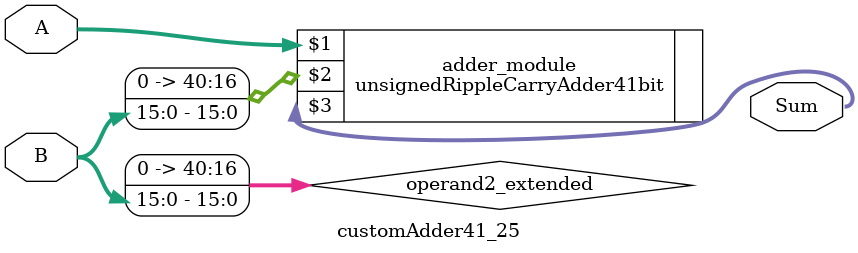
<source format=v>
module customAdder41_25(
                        input [40 : 0] A,
                        input [15 : 0] B,
                        
                        output [41 : 0] Sum
                );

        wire [40 : 0] operand2_extended;
        
        assign operand2_extended =  {25'b0, B};
        
        unsignedRippleCarryAdder41bit adder_module(
            A,
            operand2_extended,
            Sum
        );
        
        endmodule
        
</source>
